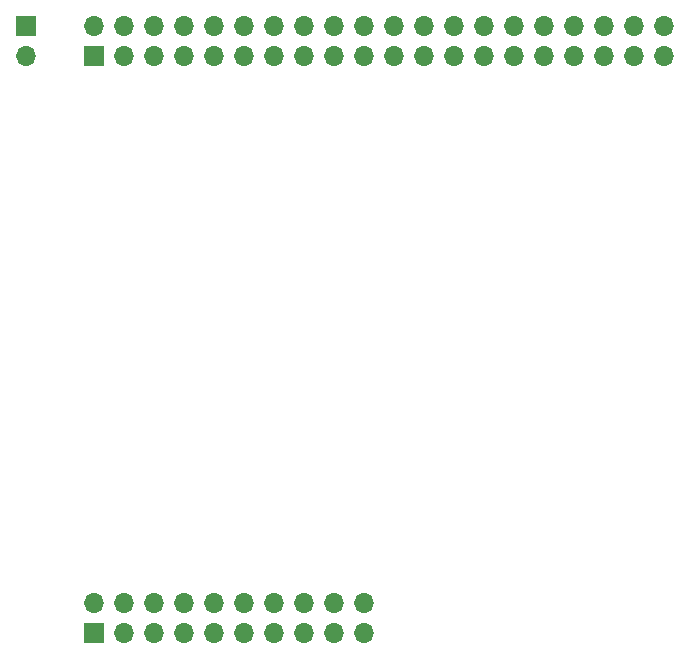
<source format=gbs>
G04 #@! TF.GenerationSoftware,KiCad,Pcbnew,9.0.0*
G04 #@! TF.CreationDate,2025-03-06T11:49:08+09:00*
G04 #@! TF.ProjectId,ufb_hat,7566625f-6861-4742-9e6b-696361645f70,rev?*
G04 #@! TF.SameCoordinates,PX2fd7508PY6486dd0*
G04 #@! TF.FileFunction,Soldermask,Bot*
G04 #@! TF.FilePolarity,Negative*
%FSLAX46Y46*%
G04 Gerber Fmt 4.6, Leading zero omitted, Abs format (unit mm)*
G04 Created by KiCad (PCBNEW 9.0.0) date 2025-03-06 11:49:08*
%MOMM*%
%LPD*%
G01*
G04 APERTURE LIST*
%ADD10R,1.700000X1.700000*%
%ADD11O,1.700000X1.700000*%
G04 APERTURE END LIST*
D10*
G04 #@! TO.C,J3*
X2540000Y53975000D03*
D11*
X2540000Y51435000D03*
G04 #@! TD*
D10*
G04 #@! TO.C,J2*
X8255000Y2540000D03*
D11*
X8255000Y5080000D03*
X10795000Y2540000D03*
X10795000Y5080000D03*
X13335000Y2540000D03*
X13335000Y5080000D03*
X15875000Y2540000D03*
X15875000Y5080000D03*
X18415000Y2540000D03*
X18415000Y5080000D03*
X20955000Y2540000D03*
X20955000Y5080000D03*
X23495000Y2540000D03*
X23495000Y5080000D03*
X26035000Y2540000D03*
X26035000Y5080000D03*
X28575000Y2540000D03*
X28575000Y5080000D03*
X31115000Y2540000D03*
X31115000Y5080000D03*
G04 #@! TD*
D10*
G04 #@! TO.C,J1*
X8255000Y51435000D03*
D11*
X8255000Y53975000D03*
X10795000Y51435000D03*
X10795000Y53975000D03*
X13335000Y51435000D03*
X13335000Y53975000D03*
X15875000Y51435000D03*
X15875000Y53975000D03*
X18415000Y51435000D03*
X18415000Y53975000D03*
X20955000Y51435000D03*
X20955000Y53975000D03*
X23495000Y51435000D03*
X23495000Y53975000D03*
X26035000Y51435000D03*
X26035000Y53975000D03*
X28575000Y51435000D03*
X28575000Y53975000D03*
X31115000Y51435000D03*
X31115000Y53975000D03*
X33655000Y51435000D03*
X33655000Y53975000D03*
X36195000Y51435000D03*
X36195000Y53975000D03*
X38735000Y51435000D03*
X38735000Y53975000D03*
X41275000Y51435000D03*
X41275000Y53975000D03*
X43815000Y51435000D03*
X43815000Y53975000D03*
X46355000Y51435000D03*
X46355000Y53975000D03*
X48895000Y51435000D03*
X48895000Y53975000D03*
X51435000Y51435000D03*
X51435000Y53975000D03*
X53975000Y51435000D03*
X53975000Y53975000D03*
X56515000Y51435000D03*
X56515000Y53975000D03*
G04 #@! TD*
M02*

</source>
